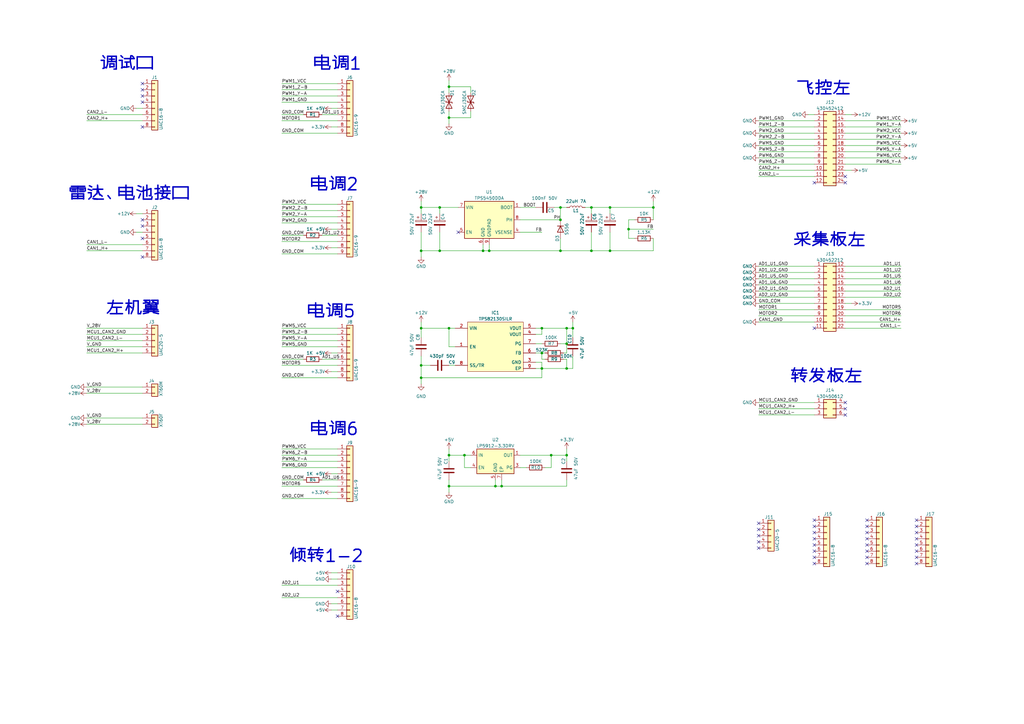
<source format=kicad_sch>
(kicad_sch (version 20230121) (generator eeschema)
  (paper "A3")
  (lib_symbols
    (symbol "Connector_Generic:Conn_01x02" (pin_names (offset 1.016) hide)
      (property "Reference" "J" (at 0 2.54 0))
      (property "Value" "Conn_01x02" (at 0 -5.08 0))
      (symbol "Conn_01x02_1_1"
        (pin passive line (at -5.08 0 0) (length 3.81) (name "Pin_1") (number "1"))
        (pin passive line (at -5.08 -2.54 0) (length 3.81) (name "Pin_2") (number "2"))
      )
    )
    (symbol "Connector_Generic:Conn_01x05" (pin_names (offset 1.016) hide)
      (property "Reference" "J" (at 0 7.62 0))
      (property "Value" "Conn_01x05" (at 0 -7.62 0))
      (symbol "Conn_01x05_1_1"
        (pin passive line (at -5.08 5.08 0) (length 3.81) (name "Pin_1") (number "1"))
        (pin passive line (at -5.08 2.54 0) (length 3.81) (name "Pin_2") (number "2"))
        (pin passive line (at -5.08 0 0) (length 3.81) (name "Pin_3") (number "3"))
        (pin passive line (at -5.08 -2.54 0) (length 3.81) (name "Pin_4") (number "4"))
        (pin passive line (at -5.08 -5.08 0) (length 3.81) (name "Pin_5") (number "5"))
      )
    )
    (symbol "Connector_Generic:Conn_01x08" (pin_names (offset 1.016) hide)
      (property "Reference" "J" (at 0 10.16 0))
      (property "Value" "Conn_01x08" (at 0 -12.7 0))
      (symbol "Conn_01x08_1_1"
        (pin passive line (at -5.08 7.62 0) (length 3.81) (name "Pin_1") (number "1"))
        (pin passive line (at -5.08 5.08 0) (length 3.81) (name "Pin_2") (number "2"))
        (pin passive line (at -5.08 2.54 0) (length 3.81) (name "Pin_3") (number "3"))
        (pin passive line (at -5.08 0 0) (length 3.81) (name "Pin_4") (number "4"))
        (pin passive line (at -5.08 -2.54 0) (length 3.81) (name "Pin_5") (number "5"))
        (pin passive line (at -5.08 -5.08 0) (length 3.81) (name "Pin_6") (number "6"))
        (pin passive line (at -5.08 -7.62 0) (length 3.81) (name "Pin_7") (number "7"))
        (pin passive line (at -5.08 -10.16 0) (length 3.81) (name "Pin_8") (number "8"))
      )
    )
    (symbol "Connector_Generic:Conn_01x09" (pin_names (offset 1.016) hide)
      (property "Reference" "J" (at 0 12.7 0))
      (property "Value" "Conn_01x09" (at 0 -12.7 0))
      (symbol "Conn_01x09_1_1"
        (pin passive line (at -5.08 10.16 0) (length 3.81) (name "Pin_1") (number "1"))
        (pin passive line (at -5.08 7.62 0) (length 3.81) (name "Pin_2") (number "2"))
        (pin passive line (at -5.08 5.08 0) (length 3.81) (name "Pin_3") (number "3"))
        (pin passive line (at -5.08 2.54 0) (length 3.81) (name "Pin_4") (number "4"))
        (pin passive line (at -5.08 0 0) (length 3.81) (name "Pin_5") (number "5"))
        (pin passive line (at -5.08 -2.54 0) (length 3.81) (name "Pin_6") (number "6"))
        (pin passive line (at -5.08 -5.08 0) (length 3.81) (name "Pin_7") (number "7"))
        (pin passive line (at -5.08 -7.62 0) (length 3.81) (name "Pin_8") (number "8"))
        (pin passive line (at -5.08 -10.16 0) (length 3.81) (name "Pin_9") (number "9"))
      )
    )
    (symbol "Connector_Generic:Conn_02x03_Top_Bottom" (pin_names (offset 1.016) hide)
      (property "Reference" "J" (at 1.27 5.08 0))
      (property "Value" "Conn_02x03_Top_Bottom" (at 1.27 -5.08 0))
      (symbol "Conn_02x03_Top_Bottom_1_1"
        (pin passive line (at -5.08 2.54 0) (length 3.81) (name "Pin_1") (number "1"))
        (pin passive line (at -5.08 0 0) (length 3.81) (name "Pin_2") (number "2"))
        (pin passive line (at -5.08 -2.54 0) (length 3.81) (name "Pin_3") (number "3"))
        (pin passive line (at 7.62 2.54 180) (length 3.81) (name "Pin_4") (number "4"))
        (pin passive line (at 7.62 0 180) (length 3.81) (name "Pin_5") (number "5"))
        (pin passive line (at 7.62 -2.54 180) (length 3.81) (name "Pin_6") (number "6"))
      )
    )
    (symbol "Connector_Generic:Conn_02x11_Top_Bottom" (pin_names (offset 1.016) hide)
      (property "Reference" "J" (at 1.27 15.24 0))
      (property "Value" "Conn_02x11_Top_Bottom" (at 1.27 -15.24 0))
      (symbol "Conn_02x11_Top_Bottom_1_1"
        (pin passive line (at -5.08 12.7 0) (length 3.81) (name "Pin_1") (number "1"))
        (pin passive line (at -5.08 -10.16 0) (length 3.81) (name "Pin_10") (number "10"))
        (pin passive line (at -5.08 -12.7 0) (length 3.81) (name "Pin_11") (number "11"))
        (pin passive line (at 7.62 12.7 180) (length 3.81) (name "Pin_12") (number "12"))
        (pin passive line (at 7.62 10.16 180) (length 3.81) (name "Pin_13") (number "13"))
        (pin passive line (at 7.62 7.62 180) (length 3.81) (name "Pin_14") (number "14"))
        (pin passive line (at 7.62 5.08 180) (length 3.81) (name "Pin_15") (number "15"))
        (pin passive line (at 7.62 2.54 180) (length 3.81) (name "Pin_16") (number "16"))
        (pin passive line (at 7.62 0 180) (length 3.81) (name "Pin_17") (number "17"))
        (pin passive line (at 7.62 -2.54 180) (length 3.81) (name "Pin_18") (number "18"))
        (pin passive line (at 7.62 -5.08 180) (length 3.81) (name "Pin_19") (number "19"))
        (pin passive line (at -5.08 10.16 0) (length 3.81) (name "Pin_2") (number "2"))
        (pin passive line (at 7.62 -7.62 180) (length 3.81) (name "Pin_20") (number "20"))
        (pin passive line (at 7.62 -10.16 180) (length 3.81) (name "Pin_21") (number "21"))
        (pin passive line (at 7.62 -12.7 180) (length 3.81) (name "Pin_22") (number "22"))
        (pin passive line (at -5.08 7.62 0) (length 3.81) (name "Pin_3") (number "3"))
        (pin passive line (at -5.08 5.08 0) (length 3.81) (name "Pin_4") (number "4"))
        (pin passive line (at -5.08 2.54 0) (length 3.81) (name "Pin_5") (number "5"))
        (pin passive line (at -5.08 0 0) (length 3.81) (name "Pin_6") (number "6"))
        (pin passive line (at -5.08 -2.54 0) (length 3.81) (name "Pin_7") (number "7"))
        (pin passive line (at -5.08 -5.08 0) (length 3.81) (name "Pin_8") (number "8"))
        (pin passive line (at -5.08 -7.62 0) (length 3.81) (name "Pin_9") (number "9"))
      )
    )
    (symbol "Connector_Generic:Conn_02x12_Top_Bottom" (pin_names (offset 1.016) hide)
      (property "Reference" "J" (at 1.27 15.24 0))
      (property "Value" "Conn_02x12_Top_Bottom" (at 1.27 -17.78 0))
      (symbol "Conn_02x12_Top_Bottom_1_1"
        (pin passive line (at -5.08 12.7 0) (length 3.81) (name "Pin_1") (number "1"))
        (pin passive line (at -5.08 -10.16 0) (length 3.81) (name "Pin_10") (number "10"))
        (pin passive line (at -5.08 -12.7 0) (length 3.81) (name "Pin_11") (number "11"))
        (pin passive line (at -5.08 -15.24 0) (length 3.81) (name "Pin_12") (number "12"))
        (pin passive line (at 7.62 12.7 180) (length 3.81) (name "Pin_13") (number "13"))
        (pin passive line (at 7.62 10.16 180) (length 3.81) (name "Pin_14") (number "14"))
        (pin passive line (at 7.62 7.62 180) (length 3.81) (name "Pin_15") (number "15"))
        (pin passive line (at 7.62 5.08 180) (length 3.81) (name "Pin_16") (number "16"))
        (pin passive line (at 7.62 2.54 180) (length 3.81) (name "Pin_17") (number "17"))
        (pin passive line (at 7.62 0 180) (length 3.81) (name "Pin_18") (number "18"))
        (pin passive line (at 7.62 -2.54 180) (length 3.81) (name "Pin_19") (number "19"))
        (pin passive line (at -5.08 10.16 0) (length 3.81) (name "Pin_2") (number "2"))
        (pin passive line (at 7.62 -5.08 180) (length 3.81) (name "Pin_20") (number "20"))
        (pin passive line (at 7.62 -7.62 180) (length 3.81) (name "Pin_21") (number "21"))
        (pin passive line (at 7.62 -10.16 180) (length 3.81) (name "Pin_22") (number "22"))
        (pin passive line (at 7.62 -12.7 180) (length 3.81) (name "Pin_23") (number "23"))
        (pin passive line (at 7.62 -15.24 180) (length 3.81) (name "Pin_24") (number "24"))
        (pin passive line (at -5.08 7.62 0) (length 3.81) (name "Pin_3") (number "3"))
        (pin passive line (at -5.08 5.08 0) (length 3.81) (name "Pin_4") (number "4"))
        (pin passive line (at -5.08 2.54 0) (length 3.81) (name "Pin_5") (number "5"))
        (pin passive line (at -5.08 0 0) (length 3.81) (name "Pin_6") (number "6"))
        (pin passive line (at -5.08 -2.54 0) (length 3.81) (name "Pin_7") (number "7"))
        (pin passive line (at -5.08 -5.08 0) (length 3.81) (name "Pin_8") (number "8"))
        (pin passive line (at -5.08 -7.62 0) (length 3.81) (name "Pin_9") (number "9"))
      )
    )
    (symbol "Device:C" (pin_numbers hide) (pin_names (offset 0.254))
      (property "Reference" "C" (at 0.635 2.54 0))
      (property "Value" "C" (at 0.635 -2.54 0))
      (symbol "C_1_1"
        (pin passive line (at 0 3.81 270) (length 2.794) (name "~") (number "1"))
        (pin passive line (at 0 -3.81 90) (length 2.794) (name "~") (number "2"))
      )
    )
    (symbol "Device:C_Polarized" (pin_numbers hide) (pin_names (offset 0.254))
      (property "Reference" "C" (at 0.635 2.54 0))
      (property "Value" "C_Polarized" (at 0.635 -2.54 0))
      (symbol "C_Polarized_1_1"
        (pin passive line (at 0 3.81 270) (length 2.794) (name "~") (number "1"))
        (pin passive line (at 0 -3.81 90) (length 2.794) (name "~") (number "2"))
      )
    )
    (symbol "Device:D" (pin_numbers hide) (pin_names (offset 1.016) hide)
      (property "Reference" "D" (at 0 2.54 0))
      (property "Value" "D" (at 0 -2.54 0))
      (symbol "D_1_1"
        (pin passive line (at -3.81 0 0) (length 2.54) (name "K") (number "1"))
        (pin passive line (at 3.81 0 180) (length 2.54) (name "A") (number "2"))
      )
    )
    (symbol "Device:D_TVS" (pin_numbers hide) (pin_names (offset 1.016) hide)
      (property "Reference" "D" (at 0 2.54 0))
      (property "Value" "D_TVS" (at 0 -2.54 0))
      (symbol "D_TVS_1_1"
        (pin passive line (at -3.81 0 0) (length 2.54) (name "A1") (number "1"))
        (pin passive line (at 3.81 0 180) (length 2.54) (name "A2") (number "2"))
      )
    )
    (symbol "Device:L" (pin_numbers hide) (pin_names (offset 1.016) hide)
      (property "Reference" "L" (at -1.27 0 90))
      (property "Value" "L" (at 1.905 0 90))
      (symbol "L_1_1"
        (pin passive line (at 0 3.81 270) (length 1.27) (name "1") (number "1"))
        (pin passive line (at 0 -3.81 90) (length 1.27) (name "2") (number "2"))
      )
    )
    (symbol "Device:R" (pin_numbers hide) (pin_names (offset 0))
      (property "Reference" "R" (at 2.032 0 90))
      (property "Value" "R" (at 0 0 90))
      (symbol "R_1_1"
        (pin passive line (at 0 3.81 270) (length 1.27) (name "~") (number "1"))
        (pin passive line (at 0 -3.81 90) (length 1.27) (name "~") (number "2"))
      )
    )
    (symbol "Regulator_Linear:LP5912-3.3DRV"
      (property "Reference" "U" (at -3.81 6.35 0))
      (property "Value" "LP5912-3.3DRV" (at 6.35 6.35 0))
      (symbol "LP5912-3.3DRV_0_1"
        (pin power_out line (at 10.16 2.54 180) (length 2.54) (name "OUT") (number "1"))
        (pin no_connect line (at 7.62 0 180) (length 2.54) hide (name "NC") (number "2"))
        (pin input line (at -10.16 -2.54 0) (length 2.54) (name "EN") (number "4"))
        (pin power_in line (at 0 -7.62 90) (length 2.54) (name "GND") (number "5"))
        (pin power_in line (at -10.16 2.54 0) (length 2.54) (name "IN") (number "6"))
      )
      (symbol "LP5912-3.3DRV_1_1"
        (pin open_collector line (at 10.16 -2.54 180) (length 2.54) (name "PG") (number "3"))
        (pin passive line (at 2.54 -7.62 90) (length 2.54) (name "EP") (number "7"))
      )
    )
    (symbol "Regulator_Switching:TPS5430DDA"
      (property "Reference" "U" (at -10.16 8.89 0))
      (property "Value" "TPS5430DDA" (at -1.27 8.89 0))
      (symbol "TPS5430DDA_1_1"
        (pin input line (at 12.7 5.08 180) (length 2.54) (name "BOOT") (number "1"))
        (pin no_connect line (at -10.16 2.54 0) (length 2.54) hide (name "NC") (number "2"))
        (pin no_connect line (at -10.16 -2.54 0) (length 2.54) hide (name "NC") (number "3"))
        (pin input line (at 12.7 -5.08 180) (length 2.54) (name "VSENSE") (number "4"))
        (pin input line (at -12.7 -5.08 0) (length 2.54) (name "EN") (number "5"))
        (pin power_in line (at -2.54 -10.16 90) (length 2.54) (name "GND") (number "6"))
        (pin power_in line (at -12.7 5.08 0) (length 2.54) (name "VIN") (number "7"))
        (pin output line (at 12.7 0 180) (length 2.54) (name "PH") (number "8"))
        (pin power_in line (at 0 -10.16 90) (length 2.54) (name "GNDPAD") (number "9"))
      )
    )
    (symbol "TexasInstruments:TPS82130SILR" (pin_names (offset 0.762))
      (property "Reference" "IC" (at -10.16 13.97 0))
      (property "Value" "TPS82130SILR" (at -10.16 11.43 0))
      (symbol "TPS82130SILR_0_0"
        (pin passive line (at -16.51 0 0) (length 5.08) (name "EN") (number "1"))
        (pin passive line (at -16.51 7.62 0) (length 5.08) (name "VIN") (number "2"))
        (pin passive line (at 16.51 -6.35 180) (length 5.08) (name "GND") (number "3"))
        (pin passive line (at 16.51 5.08 180) (length 5.08) (name "VOUT") (number "4"))
        (pin passive line (at 16.51 7.62 180) (length 5.08) (name "VDUT") (number "5"))
        (pin passive line (at 16.51 -2.54 180) (length 5.08) (name "FB") (number "6"))
        (pin passive line (at 16.51 1.27 180) (length 5.08) (name "PG") (number "7"))
        (pin passive line (at -16.51 -7.62 0) (length 5.08) (name "SS/TR") (number "8"))
      )
      (symbol "TPS82130SILR_1_0"
        (pin passive line (at 16.51 -8.89 180) (length 5.08) (name "EP") (number "9"))
      )
    )
    (symbol "power:+12V" (power) (pin_names (offset 0))
      (property "Value" "+12V" (at 0 3.556 0))
      (symbol "+12V_1_1"
        (pin power_in line (at 0 0 90) (length 0) hide (name "+12V") (number "1"))
      )
    )
    (symbol "power:+28V" (power) (pin_names (offset 0))
      (property "Value" "+28V" (at 0 3.81 0))
      (symbol "+28V_1_1"
        (pin power_in line (at 0 0 90) (length 0) hide (name "+28V") (number "1"))
      )
    )
    (symbol "power:+3.3V" (power) (pin_names (offset 0))
      (property "Value" "+3.3V" (at 0 3.556 0))
      (symbol "+3.3V_1_1"
        (pin power_in line (at 0 0 90) (length 0) hide (name "+3.3V") (number "1"))
      )
    )
    (symbol "power:+5V" (power) (pin_names (offset 0))
      (property "Value" "+5V" (at 0 3.556 0))
      (symbol "+5V_1_1"
        (pin power_in line (at 0 0 90) (length 0) hide (name "+5V") (number "1"))
      )
    )
    (symbol "power:GND" (power) (pin_names (offset 0))
      (property "Value" "GND" (at 0 -3.81 0))
      (symbol "GND_1_1"
        (pin power_in line (at 0 0 270) (length 0) hide (name "GND") (number "1"))
      )
    )
  )
  (junction (at 222.25 151.13))
  (junction (at 232.41 186.69))
  (junction (at 205.74 199.39))
  (junction (at 172.72 134.62))
  (junction (at 180.34 85.09))
  (junction (at 226.06 186.69))
  (junction (at 184.15 35.56))
  (junction (at 172.72 149.86))
  (junction (at 200.66 102.87))
  (junction (at 250.19 102.87))
  (junction (at 203.2 199.39))
  (junction (at 242.57 85.09))
  (junction (at 250.19 85.09))
  (junction (at 198.12 102.87))
  (junction (at 229.87 102.87))
  (junction (at 190.5 186.69))
  (junction (at 242.57 102.87))
  (junction (at 229.87 85.09))
  (junction (at 172.72 102.87))
  (junction (at 232.41 140.97))
  (junction (at 184.15 48.26))
  (junction (at 229.87 90.17))
  (junction (at 232.41 151.13))
  (junction (at 222.25 134.62))
  (junction (at 184.15 134.62))
  (junction (at 184.15 186.69))
  (junction (at 234.95 134.62))
  (junction (at 257.81 93.98))
  (junction (at 180.34 102.87))
  (junction (at 172.72 85.09))
  (junction (at 222.25 144.78))
  (junction (at 232.41 134.62))
  (junction (at 172.72 154.94))
  (junction (at 184.15 199.39))
  (junction (at 267.97 85.09))
  (no_connect (at 375.92 218.44))
  (no_connect (at 58.42 97.79))
  (no_connect (at 334.01 218.44))
  (no_connect (at 58.42 105.41))
  (no_connect (at 346.71 167.64))
  (no_connect (at 355.6 220.98))
  (no_connect (at 58.42 36.83))
  (no_connect (at 334.01 220.98))
  (no_connect (at 355.6 223.52))
  (no_connect (at 375.92 220.98))
  (no_connect (at 334.01 228.6))
  (no_connect (at 334.01 74.93))
  (no_connect (at 138.43 252.73))
  (no_connect (at 355.6 228.6))
  (no_connect (at 355.6 226.06))
  (no_connect (at 334.01 213.36))
  (no_connect (at 375.92 228.6))
  (no_connect (at 375.92 226.06))
  (no_connect (at 138.43 242.57))
  (no_connect (at 187.96 95.25))
  (no_connect (at 58.42 41.91))
  (no_connect (at 334.01 226.06))
  (no_connect (at 58.42 90.17))
  (no_connect (at 355.6 213.36))
  (no_connect (at 346.71 165.1))
  (no_connect (at 334.01 231.14))
  (no_connect (at 334.01 223.52))
  (no_connect (at 346.71 72.39))
  (no_connect (at 375.92 231.14))
  (no_connect (at 334.01 134.62))
  (no_connect (at 355.6 231.14))
  (no_connect (at 58.42 39.37))
  (no_connect (at 346.71 170.18))
  (no_connect (at 346.71 74.93))
  (no_connect (at 334.01 215.9))
  (no_connect (at 375.92 223.52))
  (no_connect (at 311.15 214.63))
  (no_connect (at 355.6 215.9))
  (no_connect (at 58.42 52.07))
  (no_connect (at 311.15 222.25))
  (no_connect (at 375.92 213.36))
  (no_connect (at 311.15 219.71))
  (no_connect (at 58.42 34.29))
  (no_connect (at 355.6 218.44))
  (no_connect (at 311.15 224.79))
  (no_connect (at 311.15 217.17))
  (no_connect (at 375.92 215.9))
  (no_connect (at 58.42 92.71))
  (wire (pts (xy 138.43 189.23) (xy 115.57 189.23)))
  (wire (pts (xy 257.81 97.79) (xy 260.35 97.79)))
  (wire (pts (xy 184.15 186.69) (xy 190.5 186.69)))
  (wire (pts (xy 115.57 96.52) (xy 124.46 96.52)))
  (wire (pts (xy 229.87 90.17) (xy 229.87 85.09)))
  (wire (pts (xy 135.89 52.07) (xy 138.43 52.07)))
  (wire (pts (xy 242.57 87.63) (xy 242.57 85.09)))
  (wire (pts (xy 346.71 49.53) (xy 369.57 49.53)))
  (wire (pts (xy 213.36 186.69) (xy 226.06 186.69)))
  (wire (pts (xy 172.72 134.62) (xy 184.15 134.62)))
  (wire (pts (xy 311.15 59.69) (xy 334.01 59.69)))
  (wire (pts (xy 132.08 196.85) (xy 138.43 196.85)))
  (wire (pts (xy 369.57 111.76) (xy 346.71 111.76)))
  (wire (pts (xy 369.57 119.38) (xy 346.71 119.38)))
  (wire (pts (xy 184.15 149.86) (xy 186.69 149.86)))
  (wire (pts (xy 242.57 95.25) (xy 242.57 102.87)))
  (wire (pts (xy 135.89 247.65) (xy 138.43 247.65)))
  (wire (pts (xy 115.57 186.69) (xy 138.43 186.69)))
  (wire (pts (xy 311.15 69.85) (xy 334.01 69.85)))
  (wire (pts (xy 115.57 149.86) (xy 138.43 149.86)))
  (wire (pts (xy 242.57 102.87) (xy 250.19 102.87)))
  (wire (pts (xy 234.95 132.08) (xy 234.95 134.62)))
  (wire (pts (xy 180.34 102.87) (xy 198.12 102.87)))
  (wire (pts (xy 311.15 124.46) (xy 334.01 124.46)))
  (wire (pts (xy 234.95 151.13) (xy 232.41 151.13)))
  (wire (pts (xy 311.15 165.1) (xy 334.01 165.1)))
  (wire (pts (xy 229.87 85.09) (xy 227.33 85.09)))
  (wire (pts (xy 257.81 93.98) (xy 257.81 97.79)))
  (wire (pts (xy 132.08 147.32) (xy 138.43 147.32)))
  (wire (pts (xy 229.87 102.87) (xy 242.57 102.87)))
  (wire (pts (xy 115.57 191.77) (xy 138.43 191.77)))
  (wire (pts (xy 311.15 170.18) (xy 334.01 170.18)))
  (wire (pts (xy 115.57 86.36) (xy 138.43 86.36)))
  (wire (pts (xy 260.35 90.17) (xy 257.81 90.17)))
  (wire (pts (xy 226.06 186.69) (xy 232.41 186.69)))
  (wire (pts (xy 115.57 196.85) (xy 124.46 196.85)))
  (wire (pts (xy 242.57 85.09) (xy 250.19 85.09)))
  (wire (pts (xy 184.15 196.85) (xy 184.15 199.39)))
  (wire (pts (xy 222.25 154.94) (xy 172.72 154.94)))
  (wire (pts (xy 346.71 57.15) (xy 369.57 57.15)))
  (wire (pts (xy 172.72 102.87) (xy 180.34 102.87)))
  (wire (pts (xy 369.57 127) (xy 346.71 127)))
  (wire (pts (xy 232.41 134.62) (xy 234.95 134.62)))
  (wire (pts (xy 35.56 171.45) (xy 58.42 171.45)))
  (wire (pts (xy 35.56 49.53) (xy 58.42 49.53)))
  (wire (pts (xy 35.56 46.99) (xy 58.42 46.99)))
  (wire (pts (xy 231.14 144.78) (xy 232.41 144.78)))
  (wire (pts (xy 190.5 191.77) (xy 190.5 186.69)))
  (wire (pts (xy 132.08 96.52) (xy 138.43 96.52)))
  (wire (pts (xy 135.89 234.95) (xy 138.43 234.95)))
  (wire (pts (xy 135.89 250.19) (xy 138.43 250.19)))
  (wire (pts (xy 200.66 102.87) (xy 229.87 102.87)))
  (wire (pts (xy 219.71 144.78) (xy 222.25 144.78)))
  (wire (pts (xy 346.71 59.69) (xy 369.57 59.69)))
  (wire (pts (xy 115.57 99.06) (xy 138.43 99.06)))
  (wire (pts (xy 213.36 85.09) (xy 219.71 85.09)))
  (wire (pts (xy 234.95 134.62) (xy 234.95 138.43)))
  (wire (pts (xy 222.25 148.59) (xy 222.25 151.13)))
  (wire (pts (xy 369.57 132.08) (xy 346.71 132.08)))
  (wire (pts (xy 231.14 147.32) (xy 232.41 147.32)))
  (wire (pts (xy 311.15 129.54) (xy 334.01 129.54)))
  (wire (pts (xy 184.15 35.56) (xy 184.15 38.1)))
  (wire (pts (xy 172.72 149.86) (xy 172.72 154.94)))
  (wire (pts (xy 35.56 139.7) (xy 58.42 139.7)))
  (wire (pts (xy 213.36 95.25) (xy 222.25 95.25)))
  (wire (pts (xy 229.87 85.09) (xy 232.41 85.09)))
  (wire (pts (xy 205.74 199.39) (xy 232.41 199.39)))
  (wire (pts (xy 232.41 186.69) (xy 232.41 189.23)))
  (wire (pts (xy 172.72 95.25) (xy 172.72 102.87)))
  (wire (pts (xy 257.81 93.98) (xy 267.97 93.98)))
  (wire (pts (xy 198.12 102.87) (xy 200.66 102.87)))
  (wire (pts (xy 115.57 245.11) (xy 138.43 245.11)))
  (wire (pts (xy 311.15 116.84) (xy 334.01 116.84)))
  (wire (pts (xy 331.47 46.99) (xy 334.01 46.99)))
  (wire (pts (xy 138.43 88.9) (xy 115.57 88.9)))
  (wire (pts (xy 115.57 49.53) (xy 138.43 49.53)))
  (wire (pts (xy 35.56 137.16) (xy 58.42 137.16)))
  (wire (pts (xy 172.72 154.94) (xy 172.72 157.48)))
  (wire (pts (xy 198.12 100.33) (xy 198.12 102.87)))
  (wire (pts (xy 219.71 151.13) (xy 222.25 151.13)))
  (wire (pts (xy 311.15 72.39) (xy 334.01 72.39)))
  (wire (pts (xy 176.53 149.86) (xy 172.72 149.86)))
  (wire (pts (xy 346.71 52.07) (xy 369.57 52.07)))
  (wire (pts (xy 311.15 111.76) (xy 334.01 111.76)))
  (wire (pts (xy 311.15 119.38) (xy 334.01 119.38)))
  (wire (pts (xy 186.69 142.24) (xy 184.15 142.24)))
  (wire (pts (xy 232.41 140.97) (xy 232.41 134.62)))
  (wire (pts (xy 180.34 85.09) (xy 180.34 87.63)))
  (wire (pts (xy 240.03 85.09) (xy 242.57 85.09)))
  (wire (pts (xy 346.71 64.77) (xy 369.57 64.77)))
  (wire (pts (xy 203.2 196.85) (xy 203.2 199.39)))
  (wire (pts (xy 193.04 191.77) (xy 190.5 191.77)))
  (wire (pts (xy 172.72 85.09) (xy 180.34 85.09)))
  (wire (pts (xy 369.57 129.54) (xy 346.71 129.54)))
  (wire (pts (xy 184.15 33.02) (xy 184.15 35.56)))
  (wire (pts (xy 229.87 140.97) (xy 232.41 140.97)))
  (wire (pts (xy 369.57 116.84) (xy 346.71 116.84)))
  (wire (pts (xy 184.15 184.15) (xy 184.15 186.69)))
  (wire (pts (xy 369.57 121.92) (xy 346.71 121.92)))
  (wire (pts (xy 349.25 69.85) (xy 346.71 69.85)))
  (wire (pts (xy 193.04 35.56) (xy 193.04 38.1)))
  (wire (pts (xy 115.57 91.44) (xy 138.43 91.44)))
  (wire (pts (xy 35.56 161.29) (xy 58.42 161.29)))
  (wire (pts (xy 190.5 186.69) (xy 193.04 186.69)))
  (wire (pts (xy 35.56 173.99) (xy 58.42 173.99)))
  (wire (pts (xy 223.52 191.77) (xy 226.06 191.77)))
  (wire (pts (xy 172.72 149.86) (xy 172.72 146.05)))
  (wire (pts (xy 311.15 121.92) (xy 334.01 121.92)))
  (wire (pts (xy 222.25 134.62) (xy 232.41 134.62)))
  (wire (pts (xy 222.25 134.62) (xy 222.25 137.16)))
  (wire (pts (xy 180.34 85.09) (xy 187.96 85.09)))
  (wire (pts (xy 35.56 134.62) (xy 58.42 134.62)))
  (wire (pts (xy 58.42 87.63) (xy 55.88 87.63)))
  (wire (pts (xy 232.41 184.15) (xy 232.41 186.69)))
  (wire (pts (xy 115.57 204.47) (xy 138.43 204.47)))
  (wire (pts (xy 219.71 140.97) (xy 222.25 140.97)))
  (wire (pts (xy 257.81 90.17) (xy 257.81 93.98)))
  (wire (pts (xy 172.72 105.41) (xy 172.72 102.87)))
  (wire (pts (xy 222.25 144.78) (xy 222.25 147.32)))
  (wire (pts (xy 213.36 191.77) (xy 215.9 191.77)))
  (wire (pts (xy 232.41 144.78) (xy 232.41 140.97)))
  (wire (pts (xy 35.56 144.78) (xy 58.42 144.78)))
  (wire (pts (xy 205.74 199.39) (xy 205.74 196.85)))
  (wire (pts (xy 311.15 62.23) (xy 334.01 62.23)))
  (wire (pts (xy 311.15 127) (xy 334.01 127)))
  (wire (pts (xy 232.41 196.85) (xy 232.41 199.39)))
  (wire (pts (xy 250.19 85.09) (xy 267.97 85.09)))
  (wire (pts (xy 250.19 85.09) (xy 250.19 87.63)))
  (wire (pts (xy 132.08 46.99) (xy 138.43 46.99)))
  (wire (pts (xy 184.15 134.62) (xy 186.69 134.62)))
  (wire (pts (xy 222.25 151.13) (xy 222.25 154.94)))
  (wire (pts (xy 213.36 90.17) (xy 229.87 90.17)))
  (wire (pts (xy 115.57 199.39) (xy 138.43 199.39)))
  (wire (pts (xy 138.43 134.62) (xy 115.57 134.62)))
  (wire (pts (xy 135.89 101.6) (xy 138.43 101.6)))
  (wire (pts (xy 172.72 134.62) (xy 172.72 132.08)))
  (wire (pts (xy 115.57 240.03) (xy 138.43 240.03)))
  (wire (pts (xy 229.87 97.79) (xy 229.87 102.87)))
  (wire (pts (xy 203.2 199.39) (xy 205.74 199.39)))
  (wire (pts (xy 115.57 147.32) (xy 124.46 147.32)))
  (wire (pts (xy 311.15 67.31) (xy 334.01 67.31)))
  (wire (pts (xy 222.25 144.78) (xy 223.52 144.78)))
  (wire (pts (xy 369.57 114.3) (xy 346.71 114.3)))
  (wire (pts (xy 55.88 95.25) (xy 58.42 95.25)))
  (wire (pts (xy 135.89 93.98) (xy 138.43 93.98)))
  (wire (pts (xy 184.15 201.93) (xy 184.15 199.39)))
  (wire (pts (xy 138.43 83.82) (xy 115.57 83.82)))
  (wire (pts (xy 232.41 147.32) (xy 232.41 151.13)))
  (wire (pts (xy 219.71 148.59) (xy 222.25 148.59)))
  (wire (pts (xy 311.15 54.61) (xy 334.01 54.61)))
  (wire (pts (xy 35.56 102.87) (xy 58.42 102.87)))
  (wire (pts (xy 234.95 146.05) (xy 234.95 151.13)))
  (wire (pts (xy 184.15 48.26) (xy 193.04 48.26)))
  (wire (pts (xy 184.15 48.26) (xy 184.15 50.8)))
  (wire (pts (xy 180.34 95.25) (xy 180.34 102.87)))
  (wire (pts (xy 115.57 104.14) (xy 138.43 104.14)))
  (wire (pts (xy 135.89 144.78) (xy 138.43 144.78)))
  (wire (pts (xy 311.15 57.15) (xy 334.01 57.15)))
  (wire (pts (xy 369.57 134.62) (xy 346.71 134.62)))
  (wire (pts (xy 267.97 82.55) (xy 267.97 85.09)))
  (wire (pts (xy 311.15 49.53) (xy 334.01 49.53)))
  (wire (pts (xy 369.57 109.22) (xy 346.71 109.22)))
  (wire (pts (xy 115.57 142.24) (xy 138.43 142.24)))
  (wire (pts (xy 184.15 45.72) (xy 184.15 48.26)))
  (wire (pts (xy 346.71 46.99) (xy 349.25 46.99)))
  (wire (pts (xy 200.66 102.87) (xy 200.66 100.33)))
  (wire (pts (xy 193.04 45.72) (xy 193.04 48.26)))
  (wire (pts (xy 115.57 137.16) (xy 138.43 137.16)))
  (wire (pts (xy 250.19 95.25) (xy 250.19 102.87)))
  (wire (pts (xy 232.41 151.13) (xy 222.25 151.13)))
  (wire (pts (xy 311.15 52.07) (xy 334.01 52.07)))
  (wire (pts (xy 55.88 44.45) (xy 58.42 44.45)))
  (wire (pts (xy 267.97 85.09) (xy 267.97 90.17)))
  (wire (pts (xy 172.72 85.09) (xy 172.72 87.63)))
  (wire (pts (xy 311.15 64.77) (xy 334.01 64.77)))
  (wire (pts (xy 311.15 132.08) (xy 334.01 132.08)))
  (wire (pts (xy 226.06 186.69) (xy 226.06 191.77)))
  (wire (pts (xy 184.15 189.23) (xy 184.15 186.69)))
  (wire (pts (xy 250.19 102.87) (xy 267.97 102.87)))
  (wire (pts (xy 311.15 109.22) (xy 334.01 109.22)))
  (wire (pts (xy 311.15 167.64) (xy 334.01 167.64)))
  (wire (pts (xy 349.25 124.46) (xy 346.71 124.46)))
  (wire (pts (xy 184.15 199.39) (xy 203.2 199.39)))
  (wire (pts (xy 184.15 142.24) (xy 184.15 134.62)))
  (wire (pts (xy 138.43 139.7) (xy 115.57 139.7)))
  (wire (pts (xy 346.71 67.31) (xy 369.57 67.31)))
  (wire (pts (xy 311.15 114.3) (xy 334.01 114.3)))
  (wire (pts (xy 135.89 44.45) (xy 138.43 44.45)))
  (wire (pts (xy 35.56 100.33) (xy 58.42 100.33)))
  (wire (pts (xy 219.71 137.16) (xy 222.25 137.16)))
  (wire (pts (xy 115.57 41.91) (xy 138.43 41.91)))
  (wire (pts (xy 135.89 152.4) (xy 138.43 152.4)))
  (wire (pts (xy 138.43 184.15) (xy 115.57 184.15)))
  (wire (pts (xy 115.57 46.99) (xy 124.46 46.99)))
  (wire (pts (xy 115.57 36.83) (xy 138.43 36.83)))
  (wire (pts (xy 222.25 147.32) (xy 223.52 147.32)))
  (wire (pts (xy 35.56 158.75) (xy 58.42 158.75)))
  (wire (pts (xy 184.15 35.56) (xy 193.04 35.56)))
  (wire (pts (xy 219.71 134.62) (xy 222.25 134.62)))
  (wire (pts (xy 135.89 237.49) (xy 138.43 237.49)))
  (wire (pts (xy 115.57 54.61) (xy 138.43 54.61)))
  (wire (pts (xy 346.71 54.61) (xy 369.57 54.61)))
  (wire (pts (xy 138.43 34.29) (xy 115.57 34.29)))
  (wire (pts (xy 135.89 194.31) (xy 138.43 194.31)))
  (wire (pts (xy 172.72 134.62) (xy 172.72 138.43)))
  (wire (pts (xy 35.56 142.24) (xy 58.42 142.24)))
  (wire (pts (xy 115.57 154.94) (xy 138.43 154.94)))
  (wire (pts (xy 172.72 82.55) (xy 172.72 85.09)))
  (wire (pts (xy 135.89 201.93) (xy 138.43 201.93)))
  (wire (pts (xy 346.71 62.23) (xy 369.57 62.23)))
  (wire (pts (xy 267.97 97.79) (xy 267.97 102.87)))
  (wire (pts (xy 138.43 39.37) (xy 115.57 39.37)))
  (text "雷达、电池接口" (at 27.94 82.55 0) (effects (font (size 5 5) (thickness 0.6) bold) (justify left bottom)))
  (text "左机翼" (at 43.18 129.54 0) (effects (font (size 5 5) (thickness 0.6) bold) (justify left bottom)))
  (text "倾转1-2" (at 118.11 231.14 0) (effects (font (size 5 5) (thickness 0.6) bold) (justify left bottom)))
  (text "电调1" (at 128.27 29.21 0) (effects (font (size 5 5) (thickness 0.6) bold) (justify left bottom)))
  (text "转发板左" (at 323.85 157.48 0) (effects (font (size 5 5) (thickness 0.6) bold) (justify left bottom)))
  (text "电调6" (at 127 179.07 0) (effects (font (size 5 5) (thickness 0.6) bold) (justify left bottom)))
  (text "电调5" (at 125.73 130.81 0) (effects (font (size 5 5) (thickness 0.6) bold) (justify left bottom)))
  (text "采集板左" (at 325.12 101.6 0) (effects (font (size 5 5) (thickness 0.6) bold) (justify left bottom)))
  (text "调试口" (at 40.64 29.21 0) (effects (font (size 5 5) (thickness 0.6) bold) (justify left bottom)))
  (text "电调2" (at 127 78.74 0) (effects (font (size 5 5) (thickness 0.6) bold) (justify left bottom)))
  (text "飞控左" (at 326.39 39.37 0) (effects (font (size 5 5) (thickness 0.6) bold) (justify left bottom)))
  (label "PWM6_Z-B" (at 311.15 67.31 0))
  (label "PWM1_Y-A" (at 115.57 39.37 0))
  (label "MCU1_CAN2_H+" (at 311.15 167.64 0))
  (label "PWM5_Y-A" (at 369.57 62.23 180))
  (label "PWM6_Y-A" (at 115.57 189.23 0))
  (label "PWM2_Z-B" (at 311.15 57.15 0))
  (label "GND_COM" (at 115.57 54.61 0))
  (label "MOTOR1" (at 311.15 127 0))
  (label "PWM1_Z-B" (at 311.15 52.07 0))
  (label "AD1_U1" (at 369.57 109.22 180))
  (label "GND_COM" (at 115.57 46.99 0))
  (label "V_28V" (at 35.56 134.62 0))
  (label "V_28V" (at 35.56 161.29 0))
  (label "MOTOR5" (at 369.57 127 180))
  (label "PWM6_VCC" (at 369.57 64.77 180))
  (label "CAN1_GND" (at 311.15 132.08 0))
  (label "PWM2_Y-A" (at 115.57 88.9 0))
  (label "AD2_U1" (at 115.57 240.03 0))
  (label "PWM5_GND" (at 115.57 142.24 0))
  (label "FB" (at 267.97 93.98 180))
  (label "GND_COM" (at 115.57 96.52 0))
  (label "MOTOR1" (at 115.57 49.53 0))
  (label "CAN2_H+" (at 35.56 49.53 0))
  (label "AD2_U1" (at 369.57 119.38 180))
  (label "CAN2_L-" (at 35.56 46.99 0))
  (label "PWM1_VCC" (at 115.57 34.29 0))
  (label "PWM6_GND" (at 115.57 191.77 0))
  (label "MCU1_CAN2_GND" (at 311.15 165.1 0))
  (label "PWM5_Y-A" (at 115.57 139.7 0))
  (label "PWM1_Y-A" (at 369.57 52.07 180))
  (label "BOOT" (at 219.71 85.09 180))
  (label "PWM6_Y-A" (at 369.57 67.31 180))
  (label "PH" (at 229.87 90.17 180))
  (label "PWM5_VCC" (at 369.57 59.69 180))
  (label "PWM2_VCC" (at 369.57 54.61 180))
  (label "PWM5_Z-B" (at 311.15 62.23 0))
  (label "AD1_U2_GND" (at 311.15 111.76 0))
  (label "CAN2_L-" (at 311.15 72.39 0))
  (label "AD1_U5" (at 132.08 147.32 0))
  (label "V_GND" (at 35.56 171.45 0))
  (label "MCU1_CAN2_GND" (at 35.56 137.16 0))
  (label "CAN1_L-" (at 369.57 134.62 180))
  (label "CAN1_H+" (at 35.56 102.87 0))
  (label "V_GND" (at 35.56 158.75 0))
  (label "MCU1_CAN2_L-" (at 35.56 139.7 0))
  (label "GND_COM" (at 115.57 147.32 0))
  (label "PWM6_VCC" (at 115.57 184.15 0))
  (label "AD1_U6_GND" (at 311.15 116.84 0))
  (label "GND_COM" (at 115.57 196.85 0))
  (label "AD1_U5_GND" (at 311.15 114.3 0))
  (label "MOTOR6" (at 369.57 129.54 180))
  (label "AD1_U1" (at 132.08 46.99 0))
  (label "PWM6_Z-B" (at 115.57 186.69 0))
  (label "V_28V" (at 35.56 173.99 0))
  (label "MCU1_CAN2_H+" (at 35.56 144.78 0))
  (label "GND_COM" (at 115.57 154.94 0))
  (label "MOTOR6" (at 115.57 199.39 0))
  (label "PWM5_GND" (at 311.15 59.69 0))
  (label "PWM2_GND" (at 115.57 91.44 0))
  (label "AD1_U2" (at 132.08 96.52 0))
  (label "FB" (at 222.25 95.25 180))
  (label "AD1_U5" (at 369.57 114.3 180))
  (label "AD1_U6" (at 369.57 116.84 180))
  (label "PWM2_Z-B" (at 115.57 86.36 0))
  (label "MOTOR2" (at 115.57 99.06 0))
  (label "CAN1_H+" (at 369.57 132.08 180))
  (label "PWM5_Z-B" (at 115.57 137.16 0))
  (label "MCU1_CAN2_L-" (at 311.15 170.18 0))
  (label "CAN1_L-" (at 35.56 100.33 0))
  (label "PWM1_VCC" (at 369.57 49.53 180))
  (label "PWM2_Y-A" (at 369.57 57.15 180))
  (label "AD2_U2_GND" (at 311.15 121.92 0))
  (label "V_GND" (at 35.56 142.24 0))
  (label "MOTOR2" (at 311.15 129.54 0))
  (label "PWM2_VCC" (at 115.57 83.82 0))
  (label "PWM5_VCC" (at 115.57 134.62 0))
  (label "PWM6_GND" (at 311.15 64.77 0))
  (label "PWM2_GND" (at 311.15 54.61 0))
  (label "AD1_U1_GND" (at 311.15 109.22 0))
  (label "MOTOR5" (at 115.57 149.86 0))
  (label "PWM1_Z-B" (at 115.57 36.83 0))
  (label "AD1_U6" (at 132.08 196.85 0))
  (label "AD2_U1_GND" (at 311.15 119.38 0))
  (label "PWM1_GND" (at 115.57 41.91 0))
  (label "AD2_U2" (at 369.57 121.92 180))
  (label "PWM1_GND" (at 311.15 49.53 0))
  (label "AD1_U2" (at 369.57 111.76 180))
  (label "CAN2_H+" (at 311.15 69.85 0))
  (label "GND_COM" (at 311.15 124.46 0))
  (label "GND_COM" (at 115.57 104.14 0))
  (label "AD2_U2" (at 115.57 245.11 0))
  (label "GND_COM" (at 115.57 204.47 0))
  (symbol (lib_id "power:+5V") (at 369.57 49.53 270) (unit 1)
    (property "Reference" "#PWR033" (effects hide))
    (property "Value" "+5V" (at 372.11 49.53 90) (effects (justify left)))
  )
  (symbol (lib_id "power:GND") (at 311.15 124.46 270) (unit 1)
    (property "Reference" "#PWR026" (effects hide))
    (property "Value" "GND" (at 308.61 124.46 90) (effects (justify right)))
  )
  (symbol (lib_id "power:GND") (at 311.15 116.84 270) (unit 1)
    (property "Reference" "#PWR023" (effects hide))
    (property "Value" "GND" (at 308.61 116.84 90) (effects (justify right)))
  )
  (symbol (lib_id "power:+3.3V") (at 135.89 201.93 90) (unit 1)
    (property "Reference" "#PWR011" (effects hide))
    (property "Value" "+3.3V" (at 133.35 201.93 90) (effects (justify left)))
  )
  (symbol (lib_id "power:+5V") (at 349.25 69.85 270) (unit 1)
    (property "Reference" "#PWR031" (effects hide))
    (property "Value" "+5V" (at 351.79 69.85 90) (effects (justify left)))
  )
  (symbol (lib_id "power:+28V") (at 172.72 82.55 0) (unit 1)
    (property "Reference" "#PWR043" (effects hide))
    (property "Value" "+28V" (at 172.72 78.74 0))
  )
  (symbol (lib_id "power:GND") (at 311.15 59.69 270) (unit 1)
    (property "Reference" "#PWR018" (effects hide))
    (property "Value" "GND" (at 308.61 59.69 90) (effects (justify right)))
  )
  (symbol (lib_id "power:GND") (at 311.15 165.1 270) (unit 1)
    (property "Reference" "#PWR028" (effects hide))
    (property "Value" "GND" (at 308.61 165.1 90) (effects (justify right)))
  )
  (symbol (lib_id "Connector_Generic:Conn_02x11_Top_Bottom") (at 339.09 121.92 0) (unit 1)
    (property "Reference" "J13" (at 340.36 104.14 0))
    (property "Value" "430452212" (at 340.36 106.68 0))
    (property "Footprint" "Molex:430452212" (effects hide))
  )
  (symbol (lib_id "power:GND") (at 135.89 237.49 270) (unit 1)
    (property "Reference" "#PWR013" (effects hide))
    (property "Value" "GND" (at 133.35 237.49 90) (effects (justify right)))
  )
  (symbol (lib_id "power:+5V") (at 135.89 234.95 90) (unit 1)
    (property "Reference" "#PWR012" (effects hide))
    (property "Value" "+5V" (at 133.35 234.95 90) (effects (justify left)))
  )
  (symbol (lib_id "power:+3.3V") (at 135.89 152.4 90) (unit 1)
    (property "Reference" "#PWR09" (effects hide))
    (property "Value" "+3.3V" (at 133.35 152.4 90) (effects (justify left)))
  )
  (symbol (lib_id "power:+3.3V") (at 232.41 184.15 0) (unit 1)
    (property "Reference" "#PWR051" (effects hide))
    (property "Value" "+3.3V" (at 232.41 180.34 0))
  )
  (symbol (lib_id "Device:R") (at 264.16 90.17 90) (unit 1)
    (property "Reference" "R5" (at 264.16 90.17 90))
    (property "Value" "10K" (at 264.16 87.63 90))
    (property "Footprint" "Resistor_SMD:R_0402_1005Metric" (effects hide))
  )
  (symbol (lib_id "TexasInstruments:TPS82130SILR") (at 203.2 142.24 0) (unit 1)
    (property "Reference" "IC1" (at 203.2 128.27 0))
    (property "Value" "TPS82130SILR" (at 203.2 130.81 0))
    (property "Footprint" "TexasInstruments:TPS82130SILR" (effects hide))
  )
  (symbol (lib_id "Device:C_Polarized") (at 250.19 91.44 0) (unit 1)
    (property "Reference" "C7" (at 251.46 90.17 90) (effects (justify left)))
    (property "Value" "50V 22uF" (at 246.38 96.52 90) (effects (justify left)))
    (property "Footprint" "Capacitor_Tantalum_SMD:CP_EIA-7343-31_Kemet-D" (effects hide))
  )
  (symbol (lib_id "Device:R") (at 227.33 144.78 90) (unit 1)
    (property "Reference" "R8" (at 227.33 144.78 90))
    (property "Value" "523K" (at 222.25 143.51 90))
    (property "Footprint" "Resistor_SMD:R_0402_1005Metric" (effects hide))
  )
  (symbol (lib_id "power:+5V") (at 135.89 93.98 90) (unit 1)
    (property "Reference" "#PWR06" (effects hide))
    (property "Value" "+5V" (at 133.35 93.98 90) (effects (justify left)))
  )
  (symbol (lib_id "Device:R") (at 226.06 140.97 90) (unit 1)
    (property "Reference" "R7" (at 226.06 140.97 90))
    (property "Value" "100K" (at 226.06 138.43 90))
    (property "Footprint" "Resistor_SMD:R_0402_1005Metric" (effects hide))
  )
  (symbol (lib_id "Device:R") (at 128.27 196.85 90) (unit 1)
    (property "Reference" "R4" (at 128.27 196.85 90))
    (property "Value" "1K" (at 127 194.31 90))
    (property "Footprint" "Resistor_SMD:R_0402_1005Metric" (effects hide))
  )
  (symbol (lib_id "power:GND") (at 184.15 50.8 0) (unit 1)
    (property "Reference" "#PWR042" (effects hide))
    (property "Value" "GND" (at 184.15 54.61 0))
  )
  (symbol (lib_id "power:GND") (at 311.15 119.38 270) (unit 1)
    (property "Reference" "#PWR024" (effects hide))
    (property "Value" "GND" (at 308.61 119.38 90) (effects (justify right)))
  )
  (symbol (lib_id "power:GND") (at 184.15 201.93 0) (unit 1)
    (property "Reference" "#PWR049" (effects hide))
    (property "Value" "GND" (at 184.15 205.74 0))
  )
  (symbol (lib_id "Device:C") (at 172.72 142.24 0) (unit 1)
    (property "Reference" "C8" (at 171.45 139.7 90) (effects (justify left)))
    (property "Value" "47uF 50V" (at 168.91 146.05 90) (effects (justify left)))
    (property "Footprint" "Capacitor_SMD:C_1206_3216Metric" (effects hide))
  )
  (symbol (lib_id "Connector_Generic:Conn_01x09") (at 143.51 93.98 0) (unit 1)
    (property "Reference" "J7" (at 142.24 81.28 0) (effects (justify left)))
    (property "Value" "UAC16-9" (at 146.05 105.41 90) (effects (justify left)))
    (property "Footprint" "UACSocket:UAC16-9" (effects hide))
  )
  (symbol (lib_id "power:+5V") (at 135.89 44.45 90) (unit 1)
    (property "Reference" "#PWR04" (effects hide))
    (property "Value" "+5V" (at 133.35 44.45 90) (effects (justify left)))
  )
  (symbol (lib_id "Connector_Generic:Conn_01x08") (at 63.5 41.91 0) (unit 1)
    (property "Reference" "J1" (at 62.23 31.75 0) (effects (justify left)))
    (property "Value" "UAC16-8" (at 66.04 53.34 90) (effects (justify left)))
    (property "Footprint" "UACSocket:UAC16-8" (effects hide))
  )
  (symbol (lib_id "Regulator_Switching:TPS5430DDA") (at 200.66 90.17 0) (unit 1)
    (property "Reference" "U1" (at 200.66 78.74 0))
    (property "Value" "TPS5450DDA" (at 200.66 81.28 0))
    (property "Footprint" "Package_SO:TI_SO-PowerPAD-8_ThermalVias" (effects hide))
    (property "Datasheet" "http://www.ti.com/lit/ds/symlink/tps5430.pdf" (effects hide))
  )
  (symbol (lib_id "Connector_Generic:Conn_01x08") (at 360.68 220.98 0) (unit 1)
    (property "Reference" "J16" (at 359.41 210.82 0) (effects (justify left)))
    (property "Value" "UAC16-8" (at 363.22 232.41 90) (effects (justify left)))
    (property "Footprint" "UACSocket:UAC16-8" (effects hide))
  )
  (symbol (lib_id "power:GND") (at 311.15 64.77 270) (unit 1)
    (property "Reference" "#PWR019" (effects hide))
    (property "Value" "GND" (at 308.61 64.77 90) (effects (justify right)))
  )
  (symbol (lib_id "Device:D_TVS") (at 193.04 41.91 270) (unit 1)
    (property "Reference" "D2" (at 194.31 39.37 0) (effects (justify right)))
    (property "Value" "SMCJ30CA" (at 190.5 46.99 0) (effects (justify right)))
    (property "Footprint" "Diode_SMD:D_SMC" (effects hide))
  )
  (symbol (lib_id "power:GND") (at 55.88 44.45 270) (unit 1)
    (property "Reference" "#PWR01" (effects hide))
    (property "Value" "GND" (at 53.34 44.45 90) (effects (justify right)))
  )
  (symbol (lib_id "power:+5V") (at 369.57 54.61 270) (unit 1)
    (property "Reference" "#PWR034" (effects hide))
    (property "Value" "+5V" (at 372.11 54.61 90) (effects (justify left)))
  )
  (symbol (lib_id "power:GND") (at 311.15 54.61 270) (unit 1)
    (property "Reference" "#PWR017" (effects hide))
    (property "Value" "GND" (at 308.61 54.61 90) (effects (justify right)))
  )
  (symbol (lib_id "Device:C_Polarized") (at 180.34 91.44 0) (unit 1)
    (property "Reference" "C4" (at 181.61 90.17 90) (effects (justify left)))
    (property "Value" "50V 22uF" (at 176.53 96.52 90) (effects (justify left)))
    (property "Footprint" "Capacitor_Tantalum_SMD:CP_EIA-7343-31_Kemet-D" (effects hide))
  )
  (symbol (lib_id "Device:C") (at 234.95 142.24 0) (unit 1)
    (property "Reference" "C10" (at 233.68 140.97 90) (effects (justify left)))
    (property "Value" "47uF 50V" (at 238.76 147.32 90) (effects (justify left)))
    (property "Footprint" "Capacitor_SMD:C_1206_3216Metric" (effects hide))
  )
  (symbol (lib_id "Device:C") (at 180.34 149.86 90) (unit 1)
    (property "Reference" "C9" (at 186.69 148.59 90) (effects (justify left)))
    (property "Value" "430pF 50V" (at 186.69 146.05 90) (effects (justify left)))
    (property "Footprint" "Capacitor_SMD:C_0402_1005Metric" (effects hide))
  )
  (symbol (lib_id "Connector_Generic:Conn_01x05") (at 63.5 139.7 0) (unit 1)
    (property "Reference" "J3" (at 60.96 132.08 0) (effects (justify left)))
    (property "Value" "UAC20-5" (at 66.04 146.05 90) (effects (justify left)))
    (property "Footprint" "UACSocket:UAC20-5" (effects hide))
  )
  (symbol (lib_id "Connector_Generic:Conn_01x09") (at 143.51 194.31 0) (unit 1)
    (property "Reference" "J9" (at 142.24 181.61 0) (effects (justify left)))
    (property "Value" "UAC16-9" (at 146.05 205.74 90) (effects (justify left)))
    (property "Footprint" "UACSocket:UAC16-9" (effects hide))
  )
  (symbol (lib_id "Regulator_Linear:LP5912-3.3DRV") (at 203.2 189.23 0) (unit 1)
    (property "Reference" "U2" (at 203.2 180.34 0))
    (property "Value" "LP5912-3.3DRV" (at 203.2 182.88 0))
    (property "Footprint" "Package_SON:WSON-6-1EP_2x2mm_P0.65mm_EP1x1.6mm_ThermalVias" (effects hide))
    (property "Datasheet" "http://www.ti.com/lit/ds/symlink/lp5912.pdf" (effects hide))
  )
  (symbol (lib_id "power:+5V") (at 369.57 59.69 270) (unit 1)
    (property "Reference" "#PWR035" (effects hide))
    (property "Value" "+5V" (at 372.11 59.69 90) (effects (justify left)))
  )
  (symbol (lib_id "Device:R") (at 264.16 97.79 90) (unit 1)
    (property "Reference" "R6" (at 264.16 97.79 90))
    (property "Value" "1.13K" (at 264.16 95.25 90))
    (property "Footprint" "Resistor_SMD:R_0402_1005Metric" (effects hide))
  )
  (symbol (lib_id "power:+3.3V") (at 135.89 101.6 90) (unit 1)
    (property "Reference" "#PWR07" (effects hide))
    (property "Value" "+3.3V" (at 133.35 101.6 90) (effects (justify left)))
  )
  (symbol (lib_id "power:+28V") (at 35.56 173.99 90) (unit 1)
    (property "Reference" "#PWR040" (effects hide))
    (property "Value" "+28V" (at 33.02 173.99 90) (effects (justify left)))
  )
  (symbol (lib_id "Connector_Generic:Conn_01x09") (at 143.51 44.45 0) (unit 1)
    (property "Reference" "J6" (at 142.24 31.75 0) (effects (justify left)))
    (property "Value" "UAC16-9" (at 146.05 55.88 90) (effects (justify left)))
    (property "Footprint" "UACSocket:UAC16-9" (effects hide))
  )
  (symbol (lib_id "power:+12V") (at 55.88 87.63 90) (mirror x) (unit 1)
    (property "Reference" "#PWR02" (effects hide))
    (property "Value" "+12V" (at 53.34 87.63 90) (effects (justify left)))
  )
  (symbol (lib_id "power:GND") (at 311.15 109.22 270) (unit 1)
    (property "Reference" "#PWR020" (effects hide))
    (property "Value" "GND" (at 308.61 109.22 90) (effects (justify right)))
  )
  (symbol (lib_id "Device:R") (at 219.71 191.77 90) (unit 1)
    (property "Reference" "R10" (at 219.71 191.77 90))
    (property "Value" "100K" (at 219.71 189.23 90))
    (property "Footprint" "Resistor_SMD:R_0402_1005Metric" (effects hide))
  )
  (symbol (lib_id "Connector_Generic:Conn_02x12_Top_Bottom") (at 339.09 59.69 0) (unit 1)
    (property "Reference" "J12" (at 340.36 41.91 0))
    (property "Value" "430452412" (at 340.36 44.45 0))
    (property "Footprint" "Molex:430452412" (effects hide))
  )
  (symbol (lib_id "Device:R") (at 128.27 147.32 90) (unit 1)
    (property "Reference" "R3" (at 128.27 147.32 90))
    (property "Value" "1K" (at 127 144.78 90))
    (property "Footprint" "Resistor_SMD:R_0402_1005Metric" (effects hide))
  )
  (symbol (lib_id "power:GND") (at 311.15 132.08 270) (unit 1)
    (property "Reference" "#PWR027" (effects hide))
    (property "Value" "GND" (at 308.61 132.08 90) (effects (justify right)))
  )
  (symbol (lib_id "Connector_Generic:Conn_01x09") (at 143.51 144.78 0) (unit 1)
    (property "Reference" "J8" (at 142.24 132.08 0) (effects (justify left)))
    (property "Value" "UAC16-9" (at 146.05 156.21 90) (effects (justify left)))
    (property "Footprint" "UACSocket:UAC16-9" (effects hide))
  )
  (symbol (lib_id "power:GND") (at 55.88 95.25 270) (unit 1)
    (property "Reference" "#PWR03" (effects hide))
    (property "Value" "GND" (at 53.34 95.25 90) (effects (justify right)))
  )
  (symbol (lib_id "Connector_Generic:Conn_01x08") (at 143.51 242.57 0) (unit 1)
    (property "Reference" "J10" (at 142.24 232.41 0) (effects (justify left)))
    (property "Value" "UAC16-8" (at 146.05 254 90) (effects (justify left)))
    (property "Footprint" "UACSocket:UAC16-8" (effects hide))
  )
  (symbol (lib_id "Device:R") (at 128.27 46.99 90) (unit 1)
    (property "Reference" "R1" (at 128.27 46.99 90))
    (property "Value" "1K" (at 127 44.45 90))
    (property "Footprint" "Resistor_SMD:R_0402_1005Metric" (effects hide))
  )
  (symbol (lib_id "power:GND") (at 35.56 171.45 270) (unit 1)
    (property "Reference" "#PWR038" (effects hide))
    (property "Value" "GND" (at 33.02 171.45 90) (effects (justify right)))
  )
  (symbol (lib_id "Connector_Generic:Conn_01x02") (at 63.5 158.75 0) (unit 1)
    (property "Reference" "J4" (at 60.96 156.21 0) (effects (justify left)))
    (property "Value" "XT60M" (at 66.04 162.56 90) (effects (justify left)))
    (property "Footprint" "Connector_AMASS:AMASS_XT60-M_1x02_P7.20mm_Vertical" (effects hide))
  )
  (symbol (lib_id "power:+28V") (at 184.15 33.02 0) (unit 1)
    (property "Reference" "#PWR041" (effects hide))
    (property "Value" "+28V" (at 184.15 29.21 0))
  )
  (symbol (lib_id "Device:C_Polarized") (at 242.57 91.44 0) (unit 1)
    (property "Reference" "C6" (at 243.84 90.17 90) (effects (justify left)))
    (property "Value" "50V 22uF" (at 238.76 96.52 90) (effects (justify left)))
    (property "Footprint" "Capacitor_Tantalum_SMD:CP_EIA-7343-31_Kemet-D" (effects hide))
  )
  (symbol (lib_id "Connector_Generic:Conn_02x03_Top_Bottom") (at 339.09 167.64 0) (unit 1)
    (property "Reference" "J14" (at 340.36 160.02 0))
    (property "Value" "430450612" (at 340.36 162.56 0))
    (property "Footprint" "Molex:430450612" (effects hide))
  )
  (symbol (lib_id "power:+3.3V") (at 135.89 52.07 90) (unit 1)
    (property "Reference" "#PWR05" (effects hide))
    (property "Value" "+3.3V" (at 133.35 52.07 90) (effects (justify left)))
  )
  (symbol (lib_id "power:GND") (at 311.15 114.3 270) (unit 1)
    (property "Reference" "#PWR022" (effects hide))
    (property "Value" "GND" (at 308.61 114.3 90) (effects (justify right)))
  )
  (symbol (lib_id "Device:C") (at 223.52 85.09 90) (unit 1)
    (property "Reference" "C5" (at 227.33 86.36 90) (effects (justify left)))
    (property "Value" "100nF 50V" (at 228.6 81.28 90) (effects (justify left)))
    (property "Footprint" "Capacitor_SMD:C_0402_1005Metric" (effects hide))
  )
  (symbol (lib_id "power:GND") (at 311.15 121.92 270) (unit 1)
    (property "Reference" "#PWR025" (effects hide))
    (property "Value" "GND" (at 308.61 121.92 90) (effects (justify right)))
  )
  (symbol (lib_id "power:GND") (at 172.72 157.48 0) (unit 1)
    (property "Reference" "#PWR047" (effects hide))
    (property "Value" "GND" (at 172.72 162.56 0))
  )
  (symbol (lib_id "power:GND") (at 35.56 158.75 270) (unit 1)
    (property "Reference" "#PWR037" (effects hide))
    (property "Value" "GND" (at 33.02 158.75 90) (effects (justify right)))
  )
  (symbol (lib_id "power:+5V") (at 135.89 144.78 90) (unit 1)
    (property "Reference" "#PWR08" (effects hide))
    (property "Value" "+5V" (at 133.35 144.78 90) (effects (justify left)))
  )
  (symbol (lib_id "Device:C") (at 232.41 193.04 0) (unit 1)
    (property "Reference" "C2" (at 231.14 190.5 90) (effects (justify left)))
    (property "Value" "47uF 50V" (at 236.22 196.85 90) (effects (justify left)))
    (property "Footprint" "Capacitor_SMD:C_1206_3216Metric" (effects hide))
  )
  (symbol (lib_id "Device:L") (at 236.22 85.09 90) (unit 1)
    (property "Reference" "L1" (at 236.22 86.36 90))
    (property "Value" "22uH 7A" (at 236.22 82.55 90))
    (property "Footprint" "Inductor_SMD:L_Sunlord_MWSA1206S-100" (effects hide))
  )
  (symbol (lib_id "power:+12V") (at 267.97 82.55 0) (unit 1)
    (property "Reference" "#PWR045" (effects hide))
    (property "Value" "+12V" (at 267.97 78.74 0))
  )
  (symbol (lib_id "Connector_Generic:Conn_01x05") (at 316.23 219.71 0) (unit 1)
    (property "Reference" "J11" (at 313.69 212.09 0) (effects (justify left)))
    (property "Value" "UAC20-5" (at 318.77 226.06 90) (effects (justify left)))
    (property "Footprint" "UACSocket:UAC20-5" (effects hide))
  )
  (symbol (lib_id "Connector_Generic:Conn_01x08") (at 339.09 220.98 0) (unit 1)
    (property "Reference" "J15" (at 337.82 210.82 0) (effects (justify left)))
    (property "Value" "UAC16-8" (at 341.63 232.41 90) (effects (justify left)))
    (property "Footprint" "UACSocket:UAC16-8" (effects hide))
  )
  (symbol (lib_id "Device:D_TVS") (at 184.15 41.91 270) (unit 1)
    (property "Reference" "D1" (at 185.42 39.37 0) (effects (justify right)))
    (property "Value" "SMCJ30CA" (at 181.61 46.99 0) (effects (justify right)))
    (property "Footprint" "Diode_SMD:D_SMC" (effects hide))
  )
  (symbol (lib_id "Device:R") (at 227.33 147.32 90) (unit 1)
    (property "Reference" "R9" (at 227.33 147.32 90))
    (property "Value" "100K" (at 232.41 146.05 90))
    (property "Footprint" "Resistor_SMD:R_0402_1005Metric" (effects hide))
  )
  (symbol (lib_id "power:GND") (at 135.89 247.65 270) (unit 1)
    (property "Reference" "#PWR014" (effects hide))
    (property "Value" "GND" (at 133.35 247.65 90) (effects (justify right)))
  )
  (symbol (lib_id "power:+5V") (at 234.95 132.08 0) (unit 1)
    (property "Reference" "#PWR048" (effects hide))
    (property "Value" "+5V" (at 234.95 128.27 0))
  )
  (symbol (lib_id "power:+5V") (at 135.89 194.31 90) (unit 1)
    (property "Reference" "#PWR010" (effects hide))
    (property "Value" "+5V" (at 133.35 194.31 90) (effects (justify left)))
  )
  (symbol (lib_id "power:GND") (at 311.15 111.76 270) (unit 1)
    (property "Reference" "#PWR021" (effects hide))
    (property "Value" "GND" (at 308.61 111.76 90) (effects (justify right)))
  )
  (symbol (lib_id "Connector_Generic:Conn_01x02") (at 63.5 171.45 0) (unit 1)
    (property "Reference" "J5" (at 60.96 168.91 0) (effects (justify left)))
    (property "Value" "XT60F" (at 66.04 175.26 90) (effects (justify left)))
    (property "Footprint" "Connector_AMASS:AMASS_XT60-F_1x02_P7.20mm_Vertical" (effects hide))
  )
  (symbol (lib_id "Device:C") (at 184.15 193.04 0) (unit 1)
    (property "Reference" "C1" (at 182.88 190.5 90) (effects (justify left)))
    (property "Value" "47uF 50V" (at 180.34 196.85 90) (effects (justify left)))
    (property "Footprint" "Capacitor_SMD:C_1206_3216Metric" (effects hide))
  )
  (symbol (lib_id "power:GND") (at 172.72 105.41 0) (unit 1)
    (property "Reference" "#PWR044" (effects hide))
    (property "Value" "GND" (at 172.72 109.22 0))
  )
  (symbol (lib_id "power:GND") (at 311.15 49.53 270) (unit 1)
    (property "Reference" "#PWR016" (effects hide))
    (property "Value" "GND" (at 308.61 49.53 90) (effects (justify right)))
  )
  (symbol (lib_id "Device:C_Polarized") (at 172.72 91.44 0) (unit 1)
    (property "Reference" "C3" (at 173.99 90.17 90) (effects (justify left)))
    (property "Value" "50V 22uF" (at 168.91 96.52 90) (effects (justify left)))
    (property "Footprint" "Capacitor_Tantalum_SMD:CP_EIA-7343-31_Kemet-D" (effects hide))
  )
  (symbol (lib_id "power:+12V") (at 349.25 46.99 270) (unit 1)
    (property "Reference" "#PWR030" (effects hide))
    (property "Value" "+12V" (at 351.79 46.99 90) (effects (justify left)))
  )
  (symbol (lib_id "power:GND") (at 331.47 46.99 270) (unit 1)
    (property "Reference" "#PWR029" (effects hide))
    (property "Value" "GND" (at 328.93 46.99 90) (effects (justify right)))
  )
  (symbol (lib_id "power:+5V") (at 135.89 250.19 90) (unit 1)
    (property "Reference" "#PWR015" (effects hide))
    (property "Value" "+5V" (at 133.35 250.19 90) (effects (justify left)))
  )
  (symbol (lib_id "power:+12V") (at 172.72 132.08 0) (unit 1)
    (property "Reference" "#PWR046" (effects hide))
    (property "Value" "+12V" (at 172.72 128.27 0))
  )
  (symbol (lib_id "power:+28V") (at 35.56 161.29 90) (unit 1)
    (property "Reference" "#PWR039" (effects hide))
    (property "Value" "+28V" (at 33.02 161.29 90) (effects (justify left)))
  )
  (symbol (lib_id "Connector_Generic:Conn_01x08") (at 63.5 95.25 0) (unit 1)
    (property "Reference" "J2" (at 62.23 85.09 0) (effects (justify left)))
    (property "Value" "UAC16-8" (at 66.04 106.68 90) (effects (justify left)))
    (property "Footprint" "UACSocket:UAC16-8" (effects hide))
  )
  (symbol (lib_id "Connector_Generic:Conn_01x08") (at 381 220.98 0) (unit 1)
    (property "Reference" "J17" (at 379.73 210.82 0) (effects (justify left)))
    (property "Value" "UAC16-8" (at 383.54 232.41 90) (effects (justify left)))
    (property "Footprint" "UACSocket:UAC16-8" (effects hide))
  )
  (symbol (lib_id "Device:D") (at 229.87 93.98 270) (unit 1)
    (property "Reference" "D3" (at 228.6 97.79 0))
    (property "Value" "SS56" (at 232.41 93.98 0))
    (property "Footprint" "Diode_SMD:D_SMA" (effects hide))
    (property "Sim.Device" "D" (effects hide))
    (property "Sim.Pins" "1=K 2=A" (effects hide))
  )
  (symbol (lib_id "power:+3.3V") (at 349.25 124.46 270) (unit 1)
    (property "Reference" "#PWR032" (effects hide))
    (property "Value" "+3.3V" (at 351.79 124.46 90) (effects (justify left)))
  )
  (symbol (lib_id "power:+5V") (at 369.57 64.77 270) (unit 1)
    (property "Reference" "#PWR036" (effects hide))
    (property "Value" "+5V" (at 372.11 64.77 90) (effects (justify left)))
  )
  (symbol (lib_id "power:+5V") (at 184.15 184.15 0) (unit 1)
    (property "Reference" "#PWR050" (effects hide))
    (property "Value" "+5V" (at 184.15 180.34 0))
  )
  (symbol (lib_id "Device:R") (at 128.27 96.52 90) (unit 1)
    (property "Reference" "R2" (at 128.27 96.52 90))
    (property "Value" "1K" (at 127 93.98 90))
    (property "Footprint" "Resistor_SMD:R_0402_1005Metric" (effects hide))
  )
)
</source>
